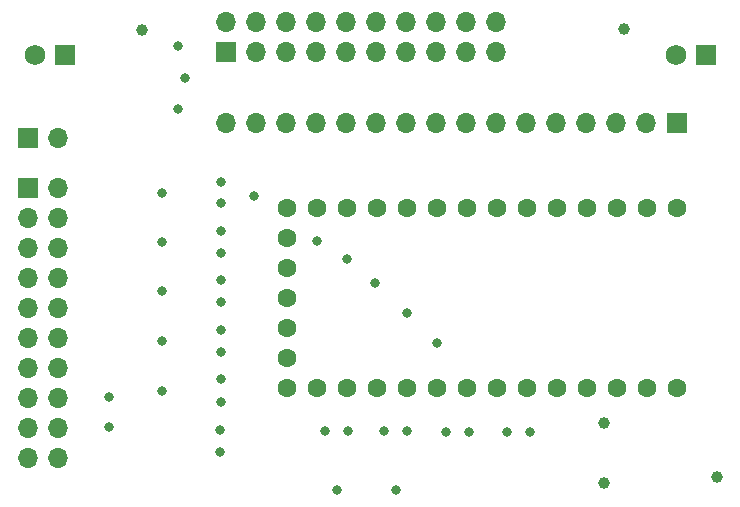
<source format=gbr>
%TF.GenerationSoftware,KiCad,Pcbnew,6.0.11-3.fc37*%
%TF.CreationDate,2024-04-07T15:32:32-04:00*%
%TF.ProjectId,Controller_T4,436f6e74-726f-46c6-9c65-725f54342e6b,rev?*%
%TF.SameCoordinates,Original*%
%TF.FileFunction,Soldermask,Bot*%
%TF.FilePolarity,Negative*%
%FSLAX46Y46*%
G04 Gerber Fmt 4.6, Leading zero omitted, Abs format (unit mm)*
G04 Created by KiCad (PCBNEW 6.0.11-3.fc37) date 2024-04-07 15:32:32*
%MOMM*%
%LPD*%
G01*
G04 APERTURE LIST*
%ADD10R,1.700000X1.700000*%
%ADD11O,1.700000X1.700000*%
%ADD12C,1.600000*%
%ADD13R,1.755000X1.755000*%
%ADD14C,1.755000*%
%ADD15C,0.800000*%
%ADD16C,1.000000*%
G04 APERTURE END LIST*
D10*
%TO.C,J3*%
X160945000Y-94000000D03*
D11*
X158390000Y-94000000D03*
X155850000Y-94000000D03*
X153310000Y-94000000D03*
X150770000Y-94000000D03*
X148230000Y-94000000D03*
X145690000Y-94000000D03*
X143150000Y-94000000D03*
X140610000Y-94000000D03*
X138070000Y-94000000D03*
X135530000Y-94000000D03*
X132990000Y-94000000D03*
X130450000Y-94000000D03*
X127910000Y-94000000D03*
X125370000Y-94000000D03*
X122830000Y-94000000D03*
%TD*%
D12*
%TO.C,U1*%
X160945000Y-101160000D03*
X158405000Y-101160000D03*
X155865000Y-101160000D03*
X153325000Y-101160000D03*
X150785000Y-101160000D03*
X148245000Y-101160000D03*
X145705000Y-101160000D03*
X143165000Y-101160000D03*
X140625000Y-101160000D03*
X138085000Y-101160000D03*
X135545000Y-101160000D03*
X133005000Y-101160000D03*
X130465000Y-101160000D03*
X127925000Y-101160000D03*
X127925000Y-103700000D03*
X127925000Y-106240000D03*
X127925000Y-108780000D03*
X127925000Y-111320000D03*
X127925000Y-113860000D03*
X127925000Y-116400000D03*
X130465000Y-116400000D03*
X133005000Y-116400000D03*
X135545000Y-116400000D03*
X138085000Y-116400000D03*
X140625000Y-116400000D03*
X143165000Y-116400000D03*
X145705000Y-116400000D03*
X148245000Y-116400000D03*
X150785000Y-116400000D03*
X153325000Y-116400000D03*
X155865000Y-116400000D03*
X158405000Y-116400000D03*
X160945000Y-116400000D03*
%TD*%
D10*
%TO.C,J1*%
X106000000Y-99500000D03*
D11*
X108540000Y-99500000D03*
X106000000Y-102040000D03*
X108540000Y-102040000D03*
X106000000Y-104580000D03*
X108540000Y-104580000D03*
X106000000Y-107120000D03*
X108540000Y-107120000D03*
X106000000Y-109660000D03*
X108540000Y-109660000D03*
X106000000Y-112200000D03*
X108540000Y-112200000D03*
X106000000Y-114740000D03*
X108540000Y-114740000D03*
X106000000Y-117280000D03*
X108540000Y-117280000D03*
X106000000Y-119820000D03*
X108540000Y-119820000D03*
X106000000Y-122360000D03*
X108540000Y-122360000D03*
%TD*%
D10*
%TO.C,J6*%
X106000000Y-95250000D03*
D11*
X108540000Y-95250000D03*
%TD*%
D13*
%TO.C,J4*%
X109145000Y-88250000D03*
D14*
X106605000Y-88250000D03*
%TD*%
D10*
%TO.C,J2*%
X122830000Y-87940000D03*
D11*
X122830000Y-85400000D03*
X125370000Y-87940000D03*
X125370000Y-85400000D03*
X127910000Y-87940000D03*
X127910000Y-85400000D03*
X130450000Y-87940000D03*
X130450000Y-85400000D03*
X132990000Y-87940000D03*
X132990000Y-85400000D03*
X135530000Y-87940000D03*
X135530000Y-85400000D03*
X138070000Y-87940000D03*
X138070000Y-85400000D03*
X140610000Y-87940000D03*
X140610000Y-85400000D03*
X143150000Y-87940000D03*
X143150000Y-85400000D03*
X145690000Y-87940000D03*
X145690000Y-85400000D03*
%TD*%
D13*
%TO.C,J5*%
X163395000Y-88250000D03*
D14*
X160855000Y-88250000D03*
%TD*%
D15*
X130475000Y-103975000D03*
X117357500Y-99885000D03*
X143341875Y-120157500D03*
D16*
X154760000Y-119350000D03*
D15*
X122337500Y-104970000D03*
X122337500Y-117600000D03*
X148511875Y-120147500D03*
X138111875Y-120007500D03*
X122337500Y-100770000D03*
X118720000Y-87460000D03*
X118720000Y-92810000D03*
X122337500Y-113370000D03*
D16*
X164340000Y-123930000D03*
D15*
X122310000Y-121850000D03*
X133101875Y-120077500D03*
X119330000Y-90150000D03*
X122337500Y-109140000D03*
X133000000Y-105500000D03*
X117357500Y-104010000D03*
X117357500Y-108235000D03*
X135420000Y-107490000D03*
X138085000Y-110055000D03*
X117357500Y-112425000D03*
D16*
X154780000Y-124440000D03*
X115670000Y-86110000D03*
X156500000Y-86000000D03*
D15*
X141445625Y-120147500D03*
X146610000Y-120157500D03*
X122337500Y-111510000D03*
X136203750Y-120077500D03*
X122337500Y-103100000D03*
X131181875Y-120017500D03*
X122322500Y-119980000D03*
X122337500Y-98930000D03*
X122337500Y-107290000D03*
X122337500Y-115680000D03*
X140625000Y-112605000D03*
X117357500Y-116690000D03*
X112860000Y-117200000D03*
X132181875Y-125007500D03*
X112850000Y-119740000D03*
X137163750Y-125057500D03*
X125150000Y-100140000D03*
M02*

</source>
